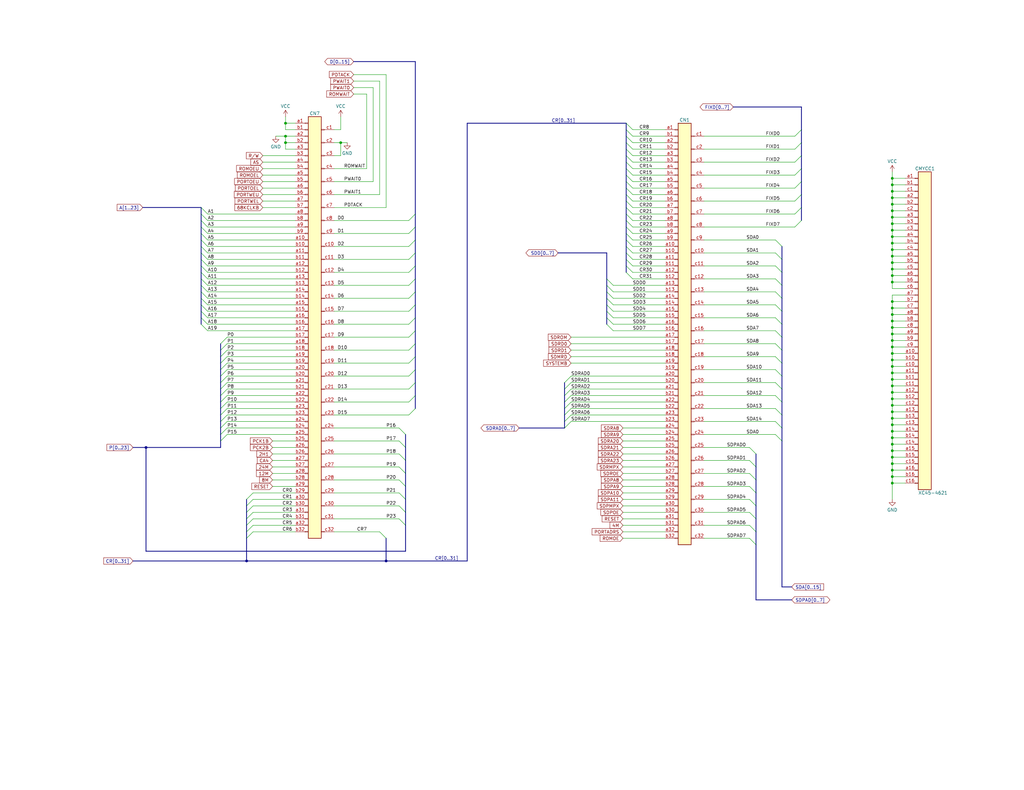
<source format=kicad_sch>
(kicad_sch (version 20230121) (generator eeschema)
  (paper "User" 400.837 309.372)
  (title_block (date "2023-09-26") (company "SNK") (comment 3 "Converted by Frater ") (comment 4 "NEO-GEO MVS MV1F") (comment 9 "https://github.com/Neo-Geo-Hardwares/Schematics-MV1F"))
  (junction (at 349.25 189.23))
  (junction (at 349.25 90.17))
  (junction (at 349.25 123.19))
  (junction (at 349.25 87.63))
  (junction (at 349.25 171.45))
  (junction (at 349.25 85.09))
  (junction (at 349.25 80.01))
  (junction (at 151.13 219.71))
  (junction (at 96.52 219.71))
  (junction (at 349.25 97.79))
  (junction (at 349.25 120.65))
  (junction (at 349.25 146.05))
  (junction (at 349.25 107.95))
  (junction (at 349.25 156.21))
  (junction (at 349.25 92.71))
  (junction (at 349.25 105.41))
  (junction (at 349.25 143.51))
  (junction (at 349.25 179.07))
  (junction (at 349.25 140.97))
  (junction (at 349.25 110.49))
  (junction (at 349.25 176.53))
  (junction (at 111.76 53.34))
  (junction (at 57.15 175.26))
  (junction (at 349.25 135.89))
  (junction (at 349.25 77.47))
  (junction (at 349.25 168.91))
  (junction (at 349.25 100.33))
  (junction (at 349.25 138.43))
  (junction (at 349.25 184.15))
  (junction (at 349.25 74.93))
  (junction (at 111.76 55.88))
  (junction (at 349.25 186.69))
  (junction (at 349.25 148.59))
  (junction (at 349.25 82.55))
  (junction (at 349.25 161.29))
  (junction (at 349.25 133.35))
  (junction (at 349.25 125.73))
  (junction (at 349.25 102.87))
  (junction (at 349.25 69.85))
  (junction (at 349.25 153.67))
  (junction (at 349.25 158.75))
  (junction (at 133.35 55.88))
  (junction (at 349.25 128.27))
  (junction (at 349.25 173.99))
  (junction (at 111.76 48.26))
  (junction (at 349.25 118.11))
  (junction (at 349.25 181.61))
  (junction (at 349.25 95.25))
  (junction (at 349.25 151.13))
  (junction (at 349.25 72.39))
  (junction (at 349.25 163.83))
  (junction (at 349.25 130.81))
  (junction (at 349.25 166.37))
  (bus_entry (at 158.75 175.26) (size -2.54 -2.54))
  (bus_entry (at 245.11 55.88) (size 2.54 2.54))
  (bus_entry (at 96.52 203.2) (size 2.54 -2.54))
  (bus_entry (at 245.11 88.9) (size 2.54 2.54))
  (bus_entry (at 86.36 142.24) (size 2.54 -2.54))
  (bus_entry (at 220.98 157.48) (size 2.54 -2.54))
  (bus_entry (at 96.52 198.12) (size 2.54 -2.54))
  (bus_entry (at 245.11 50.8) (size 2.54 2.54))
  (bus_entry (at 245.11 58.42) (size 2.54 2.54))
  (bus_entry (at 245.11 63.5) (size 2.54 2.54))
  (bus_entry (at 237.49 109.22) (size 2.54 2.54))
  (bus_entry (at 86.36 139.7) (size 2.54 -2.54))
  (bus_entry (at 162.56 104.14) (size -2.54 2.54))
  (bus_entry (at 306.07 162.56) (size -2.54 -2.54))
  (bus_entry (at 86.36 152.4) (size 2.54 -2.54))
  (bus_entry (at 306.07 147.32) (size -2.54 -2.54))
  (bus_entry (at 158.75 185.42) (size -2.54 -2.54))
  (bus_entry (at 245.11 81.28) (size 2.54 2.54))
  (bus_entry (at 245.11 60.96) (size 2.54 2.54))
  (bus_entry (at 78.74 127) (size 2.54 2.54))
  (bus_entry (at 86.36 134.62) (size 2.54 -2.54))
  (bus_entry (at 158.75 170.18) (size -2.54 -2.54))
  (bus_entry (at 306.07 111.76) (size -2.54 -2.54))
  (bus_entry (at 162.56 109.22) (size -2.54 2.54))
  (bus_entry (at 158.75 180.34) (size -2.54 -2.54))
  (bus_entry (at 151.13 210.82) (size -2.54 -2.54))
  (bus_entry (at 78.74 93.98) (size 2.54 2.54))
  (bus_entry (at 306.07 116.84) (size -2.54 -2.54))
  (bus_entry (at 162.56 83.82) (size -2.54 2.54))
  (bus_entry (at 220.98 149.86) (size 2.54 -2.54))
  (bus_entry (at 245.11 53.34) (size 2.54 2.54))
  (bus_entry (at 306.07 167.64) (size -2.54 -2.54))
  (bus_entry (at 306.07 137.16) (size -2.54 -2.54))
  (bus_entry (at 245.11 66.04) (size 2.54 2.54))
  (bus_entry (at 78.74 86.36) (size 2.54 2.54))
  (bus_entry (at 313.69 71.12) (size -2.54 2.54))
  (bus_entry (at 158.75 200.66) (size -2.54 -2.54))
  (bus_entry (at 86.36 165.1) (size 2.54 -2.54))
  (bus_entry (at 78.74 91.44) (size 2.54 2.54))
  (bus_entry (at 237.49 119.38) (size 2.54 2.54))
  (bus_entry (at 245.11 104.14) (size 2.54 2.54))
  (bus_entry (at 162.56 119.38) (size -2.54 2.54))
  (bus_entry (at 295.91 198.12) (size -2.54 -2.54))
  (bus_entry (at 220.98 154.94) (size 2.54 -2.54))
  (bus_entry (at 78.74 109.22) (size 2.54 2.54))
  (bus_entry (at 313.69 50.8) (size -2.54 2.54))
  (bus_entry (at 162.56 129.54) (size -2.54 2.54))
  (bus_entry (at 78.74 104.14) (size 2.54 2.54))
  (bus_entry (at 245.11 93.98) (size 2.54 2.54))
  (bus_entry (at 86.36 149.86) (size 2.54 -2.54))
  (bus_entry (at 245.11 68.58) (size 2.54 2.54))
  (bus_entry (at 295.91 177.8) (size -2.54 -2.54))
  (bus_entry (at 78.74 83.82) (size 2.54 2.54))
  (bus_entry (at 86.36 154.94) (size 2.54 -2.54))
  (bus_entry (at 78.74 96.52) (size 2.54 2.54))
  (bus_entry (at 220.98 160.02) (size 2.54 -2.54))
  (bus_entry (at 245.11 101.6) (size 2.54 2.54))
  (bus_entry (at 295.91 213.36) (size -2.54 -2.54))
  (bus_entry (at 78.74 121.92) (size 2.54 2.54))
  (bus_entry (at 162.56 154.94) (size -2.54 2.54))
  (bus_entry (at 306.07 152.4) (size -2.54 -2.54))
  (bus_entry (at 78.74 119.38) (size 2.54 2.54))
  (bus_entry (at 162.56 160.02) (size -2.54 2.54))
  (bus_entry (at 313.69 81.28) (size -2.54 2.54))
  (bus_entry (at 237.49 127) (size 2.54 2.54))
  (bus_entry (at 162.56 144.78) (size -2.54 2.54))
  (bus_entry (at 245.11 71.12) (size 2.54 2.54))
  (bus_entry (at 313.69 76.2) (size -2.54 2.54))
  (bus_entry (at 306.07 121.92) (size -2.54 -2.54))
  (bus_entry (at 313.69 55.88) (size -2.54 2.54))
  (bus_entry (at 86.36 144.78) (size 2.54 -2.54))
  (bus_entry (at 313.69 60.96) (size -2.54 2.54))
  (bus_entry (at 306.07 106.68) (size -2.54 -2.54))
  (bus_entry (at 78.74 88.9) (size 2.54 2.54))
  (bus_entry (at 237.49 114.3) (size 2.54 2.54))
  (bus_entry (at 158.75 205.74) (size -2.54 -2.54))
  (bus_entry (at 237.49 121.92) (size 2.54 2.54))
  (bus_entry (at 220.98 167.64) (size 2.54 -2.54))
  (bus_entry (at 78.74 124.46) (size 2.54 2.54))
  (bus_entry (at 295.91 187.96) (size -2.54 -2.54))
  (bus_entry (at 162.56 93.98) (size -2.54 2.54))
  (bus_entry (at 78.74 106.68) (size 2.54 2.54))
  (bus_entry (at 78.74 99.06) (size 2.54 2.54))
  (bus_entry (at 78.74 101.6) (size 2.54 2.54))
  (bus_entry (at 86.36 137.16) (size 2.54 -2.54))
  (bus_entry (at 245.11 78.74) (size 2.54 2.54))
  (bus_entry (at 295.91 208.28) (size -2.54 -2.54))
  (bus_entry (at 158.75 190.5) (size -2.54 -2.54))
  (bus_entry (at 220.98 162.56) (size 2.54 -2.54))
  (bus_entry (at 313.69 86.36) (size -2.54 2.54))
  (bus_entry (at 220.98 152.4) (size 2.54 -2.54))
  (bus_entry (at 96.52 200.66) (size 2.54 -2.54))
  (bus_entry (at 162.56 139.7) (size -2.54 2.54))
  (bus_entry (at 306.07 142.24) (size -2.54 -2.54))
  (bus_entry (at 295.91 203.2) (size -2.54 -2.54))
  (bus_entry (at 78.74 81.28) (size 2.54 2.54))
  (bus_entry (at 86.36 170.18) (size 2.54 -2.54))
  (bus_entry (at 306.07 157.48) (size -2.54 -2.54))
  (bus_entry (at 295.91 193.04) (size -2.54 -2.54))
  (bus_entry (at 162.56 124.46) (size -2.54 2.54))
  (bus_entry (at 96.52 208.28) (size 2.54 -2.54))
  (bus_entry (at 306.07 172.72) (size -2.54 -2.54))
  (bus_entry (at 162.56 99.06) (size -2.54 2.54))
  (bus_entry (at 78.74 116.84) (size 2.54 2.54))
  (bus_entry (at 86.36 172.72) (size 2.54 -2.54))
  (bus_entry (at 86.36 157.48) (size 2.54 -2.54))
  (bus_entry (at 78.74 111.76) (size 2.54 2.54))
  (bus_entry (at 237.49 116.84) (size 2.54 2.54))
  (bus_entry (at 158.75 195.58) (size -2.54 -2.54))
  (bus_entry (at 162.56 149.86) (size -2.54 2.54))
  (bus_entry (at 162.56 134.62) (size -2.54 2.54))
  (bus_entry (at 245.11 48.26) (size 2.54 2.54))
  (bus_entry (at 96.52 205.74) (size 2.54 -2.54))
  (bus_entry (at 306.07 96.52) (size -2.54 -2.54))
  (bus_entry (at 96.52 195.58) (size 2.54 -2.54))
  (bus_entry (at 86.36 147.32) (size 2.54 -2.54))
  (bus_entry (at 306.07 101.6) (size -2.54 -2.54))
  (bus_entry (at 245.11 99.06) (size 2.54 2.54))
  (bus_entry (at 306.07 132.08) (size -2.54 -2.54))
  (bus_entry (at 245.11 96.52) (size 2.54 2.54))
  (bus_entry (at 295.91 182.88) (size -2.54 -2.54))
  (bus_entry (at 245.11 106.68) (size 2.54 2.54))
  (bus_entry (at 86.36 162.56) (size 2.54 -2.54))
  (bus_entry (at 86.36 167.64) (size 2.54 -2.54))
  (bus_entry (at 245.11 86.36) (size 2.54 2.54))
  (bus_entry (at 313.69 66.04) (size -2.54 2.54))
  (bus_entry (at 237.49 124.46) (size 2.54 2.54))
  (bus_entry (at 245.11 83.82) (size 2.54 2.54))
  (bus_entry (at 96.52 210.82) (size 2.54 -2.54))
  (bus_entry (at 86.36 160.02) (size 2.54 -2.54))
  (bus_entry (at 245.11 76.2) (size 2.54 2.54))
  (bus_entry (at 162.56 114.3) (size -2.54 2.54))
  (bus_entry (at 245.11 91.44) (size 2.54 2.54))
  (bus_entry (at 220.98 165.1) (size 2.54 -2.54))
  (bus_entry (at 162.56 88.9) (size -2.54 2.54))
  (bus_entry (at 237.49 111.76) (size 2.54 2.54))
  (bus_entry (at 306.07 127) (size -2.54 -2.54))
  (bus_entry (at 245.11 73.66) (size 2.54 2.54))
  (bus_entry (at 78.74 114.3) (size 2.54 2.54))
  (wire (pts (xy 130.81 182.88) (xy 156.21 182.88)))
  (wire (pts (xy 275.59 180.34) (xy 293.37 180.34)))
  (wire (pts (xy 88.9 162.56) (xy 115.57 162.56)))
  (bus (pts (xy 220.98 160.02) (xy 220.98 162.56)))
  (wire (pts (xy 88.9 134.62) (xy 115.57 134.62)))
  (wire (pts (xy 260.35 142.24) (xy 223.52 142.24)))
  (wire (pts (xy 247.65 55.88) (xy 260.35 55.88)))
  (bus (pts (xy 245.11 86.36) (xy 245.11 83.82)))
  (wire (pts (xy 130.81 101.6) (xy 160.02 101.6)))
  (wire (pts (xy 240.03 114.3) (xy 260.35 114.3)))
  (bus (pts (xy 86.36 152.4) (xy 86.36 154.94)))
  (wire (pts (xy 130.81 157.48) (xy 160.02 157.48)))
  (wire (pts (xy 223.52 154.94) (xy 260.35 154.94)))
  (bus (pts (xy 245.11 101.6) (xy 245.11 99.06)))
  (wire (pts (xy 102.87 63.5) (xy 115.57 63.5)))
  (wire (pts (xy 349.25 148.59) (xy 354.33 148.59)))
  (wire (pts (xy 275.59 190.5) (xy 293.37 190.5)))
  (wire (pts (xy 130.81 66.04) (xy 143.51 66.04)))
  (wire (pts (xy 349.25 69.85) (xy 354.33 69.85)))
  (wire (pts (xy 243.84 187.96) (xy 260.35 187.96)))
  (wire (pts (xy 247.65 73.66) (xy 260.35 73.66)))
  (wire (pts (xy 81.28 83.82) (xy 115.57 83.82)))
  (wire (pts (xy 349.25 100.33) (xy 354.33 100.33)))
  (wire (pts (xy 223.52 149.86) (xy 260.35 149.86)))
  (wire (pts (xy 133.35 60.96) (xy 133.35 55.88)))
  (bus (pts (xy 57.15 215.9) (xy 158.75 215.9)))
  (wire (pts (xy 102.87 78.74) (xy 115.57 78.74)))
  (wire (pts (xy 349.25 181.61) (xy 349.25 179.07)))
  (wire (pts (xy 275.59 109.22) (xy 303.53 109.22)))
  (wire (pts (xy 247.65 66.04) (xy 260.35 66.04)))
  (wire (pts (xy 349.25 158.75) (xy 349.25 156.21)))
  (wire (pts (xy 223.52 147.32) (xy 260.35 147.32)))
  (wire (pts (xy 275.59 139.7) (xy 303.53 139.7)))
  (bus (pts (xy 162.56 24.13) (xy 162.56 83.82)))
  (bus (pts (xy 78.74 91.44) (xy 78.74 93.98)))
  (wire (pts (xy 349.25 105.41) (xy 354.33 105.41)))
  (bus (pts (xy 237.49 114.3) (xy 237.49 116.84)))
  (wire (pts (xy 349.25 156.21) (xy 349.25 153.67)))
  (wire (pts (xy 349.25 158.75) (xy 349.25 161.29)))
  (wire (pts (xy 138.43 36.83) (xy 143.51 36.83)))
  (wire (pts (xy 106.68 180.34) (xy 115.57 180.34)))
  (bus (pts (xy 162.56 109.22) (xy 162.56 114.3)))
  (wire (pts (xy 88.9 142.24) (xy 115.57 142.24)))
  (wire (pts (xy 130.81 111.76) (xy 160.02 111.76)))
  (bus (pts (xy 313.69 41.91) (xy 313.69 50.8)))
  (bus (pts (xy 52.07 219.71) (xy 96.52 219.71)))
  (wire (pts (xy 223.52 165.1) (xy 260.35 165.1)))
  (wire (pts (xy 275.59 63.5) (xy 311.15 63.5)))
  (wire (pts (xy 275.59 165.1) (xy 303.53 165.1)))
  (bus (pts (xy 151.13 210.82) (xy 151.13 219.71)))
  (wire (pts (xy 275.59 205.74) (xy 293.37 205.74)))
  (wire (pts (xy 349.25 151.13) (xy 354.33 151.13)))
  (wire (pts (xy 81.28 109.22) (xy 115.57 109.22)))
  (wire (pts (xy 99.06 208.28) (xy 115.57 208.28)))
  (wire (pts (xy 349.25 171.45) (xy 354.33 171.45)))
  (wire (pts (xy 240.03 111.76) (xy 260.35 111.76)))
  (bus (pts (xy 182.88 48.26) (xy 245.11 48.26)))
  (bus (pts (xy 245.11 78.74) (xy 245.11 76.2)))
  (wire (pts (xy 349.25 158.75) (xy 354.33 158.75)))
  (bus (pts (xy 237.49 121.92) (xy 237.49 124.46)))
  (wire (pts (xy 349.25 125.73) (xy 354.33 125.73)))
  (bus (pts (xy 158.75 205.74) (xy 158.75 215.9)))
  (bus (pts (xy 151.13 219.71) (xy 182.88 219.71)))
  (wire (pts (xy 106.68 177.8) (xy 115.57 177.8)))
  (wire (pts (xy 247.65 50.8) (xy 260.35 50.8)))
  (wire (pts (xy 349.25 110.49) (xy 354.33 110.49)))
  (wire (pts (xy 349.25 118.11) (xy 354.33 118.11)))
  (bus (pts (xy 306.07 162.56) (xy 306.07 167.64)))
  (wire (pts (xy 106.68 172.72) (xy 115.57 172.72)))
  (wire (pts (xy 247.65 71.12) (xy 260.35 71.12)))
  (bus (pts (xy 218.44 99.06) (xy 237.49 99.06)))
  (bus (pts (xy 78.74 96.52) (xy 78.74 99.06)))
  (wire (pts (xy 111.76 50.8) (xy 111.76 48.26)))
  (bus (pts (xy 86.36 165.1) (xy 86.36 167.64)))
  (wire (pts (xy 247.65 63.5) (xy 260.35 63.5)))
  (wire (pts (xy 243.84 172.72) (xy 260.35 172.72)))
  (wire (pts (xy 349.25 140.97) (xy 349.25 138.43)))
  (wire (pts (xy 275.59 144.78) (xy 303.53 144.78)))
  (bus (pts (xy 55.88 81.28) (xy 78.74 81.28)))
  (wire (pts (xy 349.25 95.25) (xy 349.25 97.79)))
  (wire (pts (xy 349.25 163.83) (xy 349.25 161.29)))
  (bus (pts (xy 245.11 73.66) (xy 245.11 71.12)))
  (wire (pts (xy 102.87 68.58) (xy 115.57 68.58)))
  (wire (pts (xy 88.9 139.7) (xy 115.57 139.7)))
  (bus (pts (xy 86.36 137.16) (xy 86.36 139.7)))
  (bus (pts (xy 182.88 219.71) (xy 182.88 48.26)))
  (bus (pts (xy 306.07 116.84) (xy 306.07 121.92)))
  (bus (pts (xy 203.2 167.64) (xy 220.98 167.64)))
  (wire (pts (xy 275.59 200.66) (xy 293.37 200.66)))
  (bus (pts (xy 220.98 162.56) (xy 220.98 165.1)))
  (wire (pts (xy 146.05 34.29) (xy 146.05 71.12)))
  (bus (pts (xy 162.56 154.94) (xy 162.56 160.02)))
  (wire (pts (xy 349.25 125.73) (xy 349.25 123.19)))
  (bus (pts (xy 306.07 121.92) (xy 306.07 127)))
  (wire (pts (xy 349.25 140.97) (xy 354.33 140.97)))
  (bus (pts (xy 220.98 165.1) (xy 220.98 167.64)))
  (wire (pts (xy 275.59 83.82) (xy 311.15 83.82)))
  (wire (pts (xy 243.84 198.12) (xy 260.35 198.12)))
  (wire (pts (xy 88.9 167.64) (xy 115.57 167.64)))
  (wire (pts (xy 88.9 154.94) (xy 115.57 154.94)))
  (bus (pts (xy 245.11 58.42) (xy 245.11 55.88)))
  (wire (pts (xy 130.81 127) (xy 160.02 127)))
  (wire (pts (xy 130.81 198.12) (xy 156.21 198.12)))
  (bus (pts (xy 245.11 66.04) (xy 245.11 63.5)))
  (wire (pts (xy 349.25 135.89) (xy 354.33 135.89)))
  (bus (pts (xy 86.36 157.48) (xy 86.36 160.02)))
  (wire (pts (xy 247.65 68.58) (xy 260.35 68.58)))
  (wire (pts (xy 130.81 142.24) (xy 160.02 142.24)))
  (wire (pts (xy 223.52 152.4) (xy 260.35 152.4)))
  (wire (pts (xy 81.28 96.52) (xy 115.57 96.52)))
  (wire (pts (xy 240.03 129.54) (xy 260.35 129.54)))
  (wire (pts (xy 349.25 82.55) (xy 349.25 85.09)))
  (wire (pts (xy 88.9 165.1) (xy 115.57 165.1)))
  (wire (pts (xy 106.68 190.5) (xy 115.57 190.5)))
  (wire (pts (xy 349.25 92.71) (xy 354.33 92.71)))
  (wire (pts (xy 349.25 138.43) (xy 349.25 135.89)))
  (bus (pts (xy 306.07 142.24) (xy 306.07 147.32)))
  (wire (pts (xy 130.81 86.36) (xy 160.02 86.36)))
  (bus (pts (xy 245.11 55.88) (xy 245.11 53.34)))
  (wire (pts (xy 243.84 200.66) (xy 260.35 200.66)))
  (wire (pts (xy 81.28 106.68) (xy 115.57 106.68)))
  (bus (pts (xy 162.56 144.78) (xy 162.56 149.86)))
  (wire (pts (xy 349.25 107.95) (xy 349.25 110.49)))
  (wire (pts (xy 130.81 208.28) (xy 148.59 208.28)))
  (wire (pts (xy 130.81 203.2) (xy 156.21 203.2)))
  (wire (pts (xy 138.43 31.75) (xy 148.59 31.75)))
  (wire (pts (xy 275.59 99.06) (xy 303.53 99.06)))
  (bus (pts (xy 78.74 119.38) (xy 78.74 121.92)))
  (wire (pts (xy 115.57 53.34) (xy 111.76 53.34)))
  (wire (pts (xy 349.25 128.27) (xy 349.25 125.73)))
  (bus (pts (xy 162.56 83.82) (xy 162.56 88.9)))
  (bus (pts (xy 313.69 55.88) (xy 313.69 60.96)))
  (wire (pts (xy 243.84 167.64) (xy 260.35 167.64)))
  (bus (pts (xy 245.11 96.52) (xy 245.11 93.98)))
  (bus (pts (xy 295.91 193.04) (xy 295.91 198.12)))
  (wire (pts (xy 349.25 87.63) (xy 354.33 87.63)))
  (bus (pts (xy 306.07 152.4) (xy 306.07 157.48)))
  (bus (pts (xy 245.11 53.34) (xy 245.11 50.8)))
  (wire (pts (xy 81.28 111.76) (xy 115.57 111.76)))
  (wire (pts (xy 130.81 172.72) (xy 156.21 172.72)))
  (wire (pts (xy 349.25 123.19) (xy 354.33 123.19)))
  (wire (pts (xy 349.25 97.79) (xy 349.25 100.33)))
  (bus (pts (xy 245.11 106.68) (xy 245.11 104.14)))
  (bus (pts (xy 309.88 234.95) (xy 295.91 234.95)))
  (bus (pts (xy 237.49 109.22) (xy 237.49 111.76)))
  (bus (pts (xy 306.07 101.6) (xy 306.07 106.68)))
  (wire (pts (xy 349.25 179.07) (xy 354.33 179.07)))
  (wire (pts (xy 349.25 118.11) (xy 349.25 115.57)))
  (bus (pts (xy 78.74 86.36) (xy 78.74 88.9)))
  (wire (pts (xy 138.43 34.29) (xy 146.05 34.29)))
  (bus (pts (xy 162.56 99.06) (xy 162.56 104.14)))
  (wire (pts (xy 349.25 148.59) (xy 349.25 146.05)))
  (bus (pts (xy 86.36 142.24) (xy 86.36 144.78)))
  (wire (pts (xy 275.59 114.3) (xy 303.53 114.3)))
  (wire (pts (xy 349.25 184.15) (xy 354.33 184.15)))
  (wire (pts (xy 349.25 100.33) (xy 349.25 102.87)))
  (bus (pts (xy 237.49 119.38) (xy 237.49 121.92)))
  (wire (pts (xy 243.84 195.58) (xy 260.35 195.58)))
  (wire (pts (xy 275.59 119.38) (xy 303.53 119.38)))
  (bus (pts (xy 313.69 81.28) (xy 313.69 86.36)))
  (wire (pts (xy 240.03 124.46) (xy 260.35 124.46)))
  (bus (pts (xy 295.91 177.8) (xy 295.91 182.88)))
  (wire (pts (xy 111.76 55.88) (xy 111.76 53.34)))
  (wire (pts (xy 102.87 60.96) (xy 115.57 60.96)))
  (wire (pts (xy 349.25 120.65) (xy 349.25 118.11)))
  (bus (pts (xy 86.36 162.56) (xy 86.36 165.1)))
  (bus (pts (xy 220.98 152.4) (xy 220.98 154.94)))
  (wire (pts (xy 130.81 116.84) (xy 160.02 116.84)))
  (wire (pts (xy 349.25 181.61) (xy 354.33 181.61)))
  (bus (pts (xy 237.49 111.76) (xy 237.49 114.3)))
  (wire (pts (xy 349.25 87.63) (xy 349.25 90.17)))
  (wire (pts (xy 247.65 109.22) (xy 260.35 109.22)))
  (wire (pts (xy 349.25 120.65) (xy 354.33 120.65)))
  (bus (pts (xy 220.98 154.94) (xy 220.98 157.48)))
  (wire (pts (xy 130.81 106.68) (xy 160.02 106.68)))
  (bus (pts (xy 96.52 195.58) (xy 96.52 198.12)))
  (wire (pts (xy 81.28 93.98) (xy 115.57 93.98)))
  (bus (pts (xy 306.07 137.16) (xy 306.07 142.24)))
  (wire (pts (xy 349.25 107.95) (xy 354.33 107.95)))
  (wire (pts (xy 247.65 99.06) (xy 260.35 99.06)))
  (wire (pts (xy 349.25 72.39) (xy 349.25 74.93)))
  (wire (pts (xy 130.81 71.12) (xy 146.05 71.12)))
  (bus (pts (xy 237.49 99.06) (xy 237.49 109.22)))
  (wire (pts (xy 275.59 58.42) (xy 311.15 58.42)))
  (wire (pts (xy 247.65 88.9) (xy 260.35 88.9)))
  (wire (pts (xy 151.13 29.21) (xy 151.13 81.28)))
  (bus (pts (xy 78.74 116.84) (xy 78.74 119.38)))
  (bus (pts (xy 245.11 68.58) (xy 245.11 66.04)))
  (wire (pts (xy 349.25 138.43) (xy 354.33 138.43)))
  (bus (pts (xy 158.75 170.18) (xy 158.75 175.26)))
  (wire (pts (xy 349.25 90.17) (xy 349.25 92.71)))
  (wire (pts (xy 349.25 173.99) (xy 354.33 173.99)))
  (wire (pts (xy 349.25 179.07) (xy 349.25 176.53)))
  (wire (pts (xy 349.25 168.91) (xy 349.25 166.37)))
  (bus (pts (xy 220.98 157.48) (xy 220.98 160.02)))
  (wire (pts (xy 349.25 186.69) (xy 349.25 184.15)))
  (bus (pts (xy 313.69 66.04) (xy 313.69 71.12)))
  (bus (pts (xy 78.74 83.82) (xy 78.74 86.36)))
  (wire (pts (xy 223.52 160.02) (xy 260.35 160.02)))
  (wire (pts (xy 243.84 205.74) (xy 260.35 205.74)))
  (wire (pts (xy 349.25 173.99) (xy 349.25 171.45)))
  (wire (pts (xy 349.25 146.05) (xy 349.25 143.51)))
  (wire (pts (xy 349.25 85.09) (xy 354.33 85.09)))
  (bus (pts (xy 78.74 93.98) (xy 78.74 96.52)))
  (wire (pts (xy 247.65 86.36) (xy 260.35 86.36)))
  (wire (pts (xy 106.68 187.96) (xy 115.57 187.96)))
  (wire (pts (xy 354.33 161.29) (xy 349.25 161.29)))
  (wire (pts (xy 349.25 166.37) (xy 349.25 163.83)))
  (bus (pts (xy 162.56 93.98) (xy 162.56 99.06)))
  (wire (pts (xy 349.25 156.21) (xy 354.33 156.21)))
  (wire (pts (xy 247.65 106.68) (xy 260.35 106.68)))
  (bus (pts (xy 138.43 24.13) (xy 162.56 24.13)))
  (bus (pts (xy 86.36 154.94) (xy 86.36 157.48)))
  (wire (pts (xy 130.81 121.92) (xy 160.02 121.92)))
  (wire (pts (xy 349.25 80.01) (xy 349.25 82.55)))
  (wire (pts (xy 349.25 130.81) (xy 349.25 128.27)))
  (wire (pts (xy 102.87 66.04) (xy 115.57 66.04)))
  (wire (pts (xy 275.59 149.86) (xy 303.53 149.86)))
  (wire (pts (xy 349.25 72.39) (xy 354.33 72.39)))
  (wire (pts (xy 349.25 128.27) (xy 354.33 128.27)))
  (wire (pts (xy 143.51 36.83) (xy 143.51 66.04)))
  (wire (pts (xy 275.59 53.34) (xy 311.15 53.34)))
  (wire (pts (xy 349.25 189.23) (xy 354.33 189.23)))
  (bus (pts (xy 295.91 208.28) (xy 295.91 213.36)))
  (bus (pts (xy 237.49 116.84) (xy 237.49 119.38)))
  (bus (pts (xy 295.91 182.88) (xy 295.91 187.96)))
  (wire (pts (xy 130.81 81.28) (xy 151.13 81.28)))
  (bus (pts (xy 162.56 88.9) (xy 162.56 93.98)))
  (wire (pts (xy 275.59 124.46) (xy 303.53 124.46)))
  (bus (pts (xy 313.69 50.8) (xy 313.69 55.88)))
  (wire (pts (xy 102.87 73.66) (xy 115.57 73.66)))
  (bus (pts (xy 86.36 144.78) (xy 86.36 147.32)))
  (bus (pts (xy 96.52 205.74) (xy 96.52 208.28)))
  (bus (pts (xy 158.75 175.26) (xy 158.75 180.34)))
  (wire (pts (xy 349.25 80.01) (xy 354.33 80.01)))
  (wire (pts (xy 349.25 77.47) (xy 354.33 77.47)))
  (wire (pts (xy 130.81 76.2) (xy 148.59 76.2)))
  (bus (pts (xy 78.74 106.68) (xy 78.74 109.22)))
  (wire (pts (xy 275.59 93.98) (xy 303.53 93.98)))
  (bus (pts (xy 237.49 124.46) (xy 237.49 127)))
  (bus (pts (xy 245.11 88.9) (xy 245.11 86.36)))
  (bus (pts (xy 162.56 119.38) (xy 162.56 124.46)))
  (wire (pts (xy 349.25 146.05) (xy 354.33 146.05)))
  (bus (pts (xy 96.52 203.2) (xy 96.52 205.74)))
  (wire (pts (xy 243.84 210.82) (xy 260.35 210.82)))
  (wire (pts (xy 349.25 74.93) (xy 349.25 77.47)))
  (bus (pts (xy 306.07 147.32) (xy 306.07 152.4)))
  (wire (pts (xy 349.25 74.93) (xy 354.33 74.93)))
  (wire (pts (xy 349.25 163.83) (xy 354.33 163.83)))
  (bus (pts (xy 245.11 99.06) (xy 245.11 96.52)))
  (wire (pts (xy 223.52 157.48) (xy 260.35 157.48)))
  (bus (pts (xy 287.02 41.91) (xy 313.69 41.91)))
  (wire (pts (xy 243.84 177.8) (xy 260.35 177.8)))
  (bus (pts (xy 245.11 63.5) (xy 245.11 60.96)))
  (bus (pts (xy 86.36 149.86) (xy 86.36 152.4)))
  (wire (pts (xy 81.28 121.92) (xy 115.57 121.92)))
  (bus (pts (xy 245.11 91.44) (xy 245.11 88.9)))
  (wire (pts (xy 106.68 185.42) (xy 115.57 185.42)))
  (bus (pts (xy 162.56 129.54) (xy 162.56 134.62)))
  (bus (pts (xy 78.74 99.06) (xy 78.74 101.6)))
  (wire (pts (xy 111.76 53.34) (xy 107.95 53.34)))
  (wire (pts (xy 247.65 104.14) (xy 260.35 104.14)))
  (wire (pts (xy 349.25 176.53) (xy 354.33 176.53)))
  (wire (pts (xy 240.03 127) (xy 260.35 127)))
  (bus (pts (xy 306.07 167.64) (xy 306.07 172.72)))
  (bus (pts (xy 52.07 175.26) (xy 57.15 175.26)))
  (wire (pts (xy 349.25 69.85) (xy 349.25 72.39)))
  (wire (pts (xy 349.25 168.91) (xy 354.33 168.91)))
  (bus (pts (xy 96.52 208.28) (xy 96.52 210.82)))
  (wire (pts (xy 133.35 55.88) (xy 135.89 55.88)))
  (bus (pts (xy 57.15 175.26) (xy 57.15 215.9)))
  (wire (pts (xy 223.52 137.16) (xy 260.35 137.16)))
  (wire (pts (xy 81.28 129.54) (xy 115.57 129.54)))
  (bus (pts (xy 295.91 213.36) (xy 295.91 234.95)))
  (bus (pts (xy 313.69 76.2) (xy 313.69 81.28)))
  (wire (pts (xy 275.59 175.26) (xy 293.37 175.26)))
  (wire (pts (xy 275.59 88.9) (xy 311.15 88.9)))
  (bus (pts (xy 313.69 60.96) (xy 313.69 66.04)))
  (bus (pts (xy 78.74 121.92) (xy 78.74 124.46)))
  (wire (pts (xy 223.52 134.62) (xy 260.35 134.62)))
  (wire (pts (xy 223.52 162.56) (xy 260.35 162.56)))
  (wire (pts (xy 247.65 91.44) (xy 260.35 91.44)))
  (bus (pts (xy 220.98 149.86) (xy 220.98 152.4)))
  (bus (pts (xy 158.75 190.5) (xy 158.75 195.58)))
  (wire (pts (xy 133.35 50.8) (xy 130.81 50.8)))
  (wire (pts (xy 99.06 205.74) (xy 115.57 205.74)))
  (bus (pts (xy 158.75 195.58) (xy 158.75 200.66)))
  (wire (pts (xy 247.65 58.42) (xy 260.35 58.42)))
  (wire (pts (xy 81.28 91.44) (xy 115.57 91.44)))
  (wire (pts (xy 349.25 176.53) (xy 349.25 173.99)))
  (bus (pts (xy 57.15 175.26) (xy 86.36 175.26)))
  (wire (pts (xy 130.81 177.8) (xy 156.21 177.8)))
  (wire (pts (xy 243.84 175.26) (xy 260.35 175.26)))
  (wire (pts (xy 81.28 88.9) (xy 115.57 88.9)))
  (wire (pts (xy 349.25 189.23) (xy 349.25 186.69)))
  (bus (pts (xy 162.56 139.7) (xy 162.56 144.78)))
  (wire (pts (xy 130.81 137.16) (xy 160.02 137.16)))
  (wire (pts (xy 275.59 104.14) (xy 303.53 104.14)))
  (bus (pts (xy 245.11 50.8) (xy 245.11 48.26)))
  (wire (pts (xy 349.25 123.19) (xy 349.25 120.65)))
  (bus (pts (xy 245.11 60.96) (xy 245.11 58.42)))
  (wire (pts (xy 130.81 96.52) (xy 160.02 96.52)))
  (wire (pts (xy 81.28 114.3) (xy 115.57 114.3)))
  (wire (pts (xy 243.84 203.2) (xy 260.35 203.2)))
  (wire (pts (xy 349.25 171.45) (xy 349.25 168.91)))
  (bus (pts (xy 295.91 203.2) (xy 295.91 208.28)))
  (wire (pts (xy 243.84 208.28) (xy 260.35 208.28)))
  (wire (pts (xy 349.25 85.09) (xy 349.25 87.63)))
  (wire (pts (xy 148.59 31.75) (xy 148.59 76.2)))
  (bus (pts (xy 151.13 219.71) (xy 96.52 219.71)))
  (wire (pts (xy 130.81 91.44) (xy 160.02 91.44)))
  (wire (pts (xy 88.9 132.08) (xy 115.57 132.08)))
  (bus (pts (xy 162.56 124.46) (xy 162.56 129.54)))
  (bus (pts (xy 96.52 200.66) (xy 96.52 203.2)))
  (wire (pts (xy 99.06 193.04) (xy 115.57 193.04)))
  (wire (pts (xy 354.33 113.03) (xy 349.25 113.03)))
  (wire (pts (xy 354.33 115.57) (xy 349.25 115.57)))
  (bus (pts (xy 86.36 167.64) (xy 86.36 170.18)))
  (wire (pts (xy 99.06 195.58) (xy 115.57 195.58)))
  (wire (pts (xy 88.9 137.16) (xy 115.57 137.16)))
  (wire (pts (xy 115.57 50.8) (xy 111.76 50.8)))
  (wire (pts (xy 349.25 69.85) (xy 349.25 67.31)))
  (wire (pts (xy 138.43 29.21) (xy 151.13 29.21)))
  (wire (pts (xy 275.59 78.74) (xy 311.15 78.74)))
  (wire (pts (xy 130.81 167.64) (xy 156.21 167.64)))
  (wire (pts (xy 349.25 184.15) (xy 349.25 181.61)))
  (bus (pts (xy 158.75 200.66) (xy 158.75 205.74)))
  (bus (pts (xy 306.07 106.68) (xy 306.07 111.76)))
  (bus (pts (xy 295.91 187.96) (xy 295.91 193.04)))
  (bus (pts (xy 162.56 104.14) (xy 162.56 109.22)))
  (bus (pts (xy 78.74 104.14) (xy 78.74 106.68)))
  (wire (pts (xy 243.84 185.42) (xy 260.35 185.42)))
  (wire (pts (xy 81.28 86.36) (xy 115.57 86.36)))
  (bus (pts (xy 245.11 93.98) (xy 245.11 91.44)))
  (wire (pts (xy 349.25 133.35) (xy 354.33 133.35)))
  (wire (pts (xy 349.25 189.23) (xy 349.25 195.58)))
  (bus (pts (xy 245.11 81.28) (xy 245.11 78.74)))
  (wire (pts (xy 111.76 48.26) (xy 115.57 48.26)))
  (wire (pts (xy 115.57 58.42) (xy 111.76 58.42)))
  (bus (pts (xy 306.07 127) (xy 306.07 132.08)))
  (wire (pts (xy 243.84 193.04) (xy 260.35 193.04)))
  (bus (pts (xy 86.36 160.02) (xy 86.36 162.56)))
  (wire (pts (xy 349.25 77.47) (xy 349.25 80.01)))
  (bus (pts (xy 78.74 81.28) (xy 78.74 83.82)))
  (wire (pts (xy 106.68 175.26) (xy 115.57 175.26)))
  (wire (pts (xy 247.65 93.98) (xy 260.35 93.98)))
  (wire (pts (xy 275.59 210.82) (xy 293.37 210.82)))
  (wire (pts (xy 247.65 53.34) (xy 260.35 53.34)))
  (wire (pts (xy 133.35 45.72) (xy 133.35 50.8)))
  (wire (pts (xy 81.28 124.46) (xy 115.57 124.46)))
  (wire (pts (xy 243.84 190.5) (xy 260.35 190.5)))
  (wire (pts (xy 275.59 134.62) (xy 303.53 134.62)))
  (wire (pts (xy 81.28 104.14) (xy 115.57 104.14)))
  (wire (pts (xy 88.9 160.02) (xy 115.57 160.02)))
  (wire (pts (xy 130.81 152.4) (xy 160.02 152.4)))
  (wire (pts (xy 275.59 68.58) (xy 311.15 68.58)))
  (bus (pts (xy 306.07 111.76) (xy 306.07 116.84)))
  (wire (pts (xy 240.03 116.84) (xy 260.35 116.84)))
  (wire (pts (xy 243.84 182.88) (xy 260.35 182.88)))
  (bus (pts (xy 162.56 114.3) (xy 162.56 119.38)))
  (wire (pts (xy 130.81 132.08) (xy 160.02 132.08)))
  (wire (pts (xy 349.25 102.87) (xy 349.25 105.41)))
  (wire (pts (xy 102.87 76.2) (xy 115.57 76.2)))
  (bus (pts (xy 158.75 185.42) (xy 158.75 190.5)))
  (wire (pts (xy 349.25 90.17) (xy 354.33 90.17)))
  (wire (pts (xy 99.06 198.12) (xy 115.57 198.12)))
  (wire (pts (xy 111.76 48.26) (xy 111.76 45.72)))
  (bus (pts (xy 306.07 132.08) (xy 306.07 137.16)))
  (wire (pts (xy 81.28 116.84) (xy 115.57 116.84)))
  (wire (pts (xy 243.84 180.34) (xy 260.35 180.34)))
  (wire (pts (xy 349.25 82.55) (xy 354.33 82.55)))
  (wire (pts (xy 88.9 144.78) (xy 115.57 144.78)))
  (wire (pts (xy 81.28 127) (xy 115.57 127)))
  (bus (pts (xy 309.88 229.87) (xy 306.07 229.87)))
  (wire (pts (xy 247.65 101.6) (xy 260.35 101.6)))
  (wire (pts (xy 130.81 193.04) (xy 156.21 193.04)))
  (wire (pts (xy 349.25 135.89) (xy 349.25 133.35)))
  (bus (pts (xy 306.07 96.52) (xy 306.07 101.6)))
  (wire (pts (xy 349.25 97.79) (xy 354.33 97.79)))
  (bus (pts (xy 306.07 172.72) (xy 306.07 229.87)))
  (wire (pts (xy 240.03 121.92) (xy 260.35 121.92)))
  (wire (pts (xy 349.25 133.35) (xy 349.25 130.81)))
  (wire (pts (xy 88.9 152.4) (xy 115.57 152.4)))
  (wire (pts (xy 247.65 60.96) (xy 260.35 60.96)))
  (bus (pts (xy 86.36 170.18) (xy 86.36 172.72)))
  (wire (pts (xy 349.25 95.25) (xy 354.33 95.25)))
  (wire (pts (xy 275.59 129.54) (xy 303.53 129.54)))
  (bus (pts (xy 295.91 198.12) (xy 295.91 203.2)))
  (wire (pts (xy 247.65 83.82) (xy 260.35 83.82)))
  (wire (pts (xy 81.28 99.06) (xy 115.57 99.06)))
  (bus (pts (xy 162.56 134.62) (xy 162.56 139.7)))
  (wire (pts (xy 240.03 119.38) (xy 260.35 119.38)))
  (wire (pts (xy 223.52 139.7) (xy 260.35 139.7)))
  (wire (pts (xy 130.81 162.56) (xy 160.02 162.56)))
  (wire (pts (xy 99.06 200.66) (xy 115.57 200.66)))
  (wire (pts (xy 111.76 58.42) (xy 111.76 55.88)))
  (wire (pts (xy 243.84 170.18) (xy 260.35 170.18)))
  (wire (pts (xy 130.81 147.32) (xy 160.02 147.32)))
  (bus (pts (xy 245.11 83.82) (xy 245.11 81.28)))
  (wire (pts (xy 99.06 203.2) (xy 115.57 203.2)))
  (bus (pts (xy 96.52 198.12) (xy 96.52 200.66)))
  (wire (pts (xy 275.59 160.02) (xy 303.53 160.02)))
  (bus (pts (xy 78.74 124.46) (xy 78.74 127)))
  (wire (pts (xy 349.25 153.67) (xy 349.25 151.13)))
  (wire (pts (xy 349.25 153.67) (xy 354.33 153.67)))
  (bus (pts (xy 78.74 109.22) (xy 78.74 111.76)))
  (wire (pts (xy 349.25 130.81) (xy 354.33 130.81)))
  (wire (pts (xy 275.59 195.58) (xy 293.37 195.58)))
  (wire (pts (xy 349.25 102.87) (xy 354.33 102.87)))
  (bus (pts (xy 306.07 157.48) (xy 306.07 162.56)))
  (bus (pts (xy 78.74 88.9) (xy 78.74 91.44)))
  (bus (pts (xy 86.36 147.32) (xy 86.36 149.86)))
  (wire (pts (xy 130.81 187.96) (xy 156.21 187.96)))
  (wire (pts (xy 349.25 92.71) (xy 349.25 95.25)))
  (wire (pts (xy 111.76 55.88) (xy 115.57 55.88)))
  (wire (pts (xy 275.59 170.18) (xy 303.53 170.18)))
  (bus (pts (xy 86.36 134.62) (xy 86.36 137.16)))
  (bus (pts (xy 78.74 101.6) (xy 78.74 104.14)))
  (wire (pts (xy 275.59 154.94) (xy 303.53 154.94)))
  (bus (pts (xy 86.36 139.7) (xy 86.36 142.24)))
  (bus (pts (xy 245.11 71.12) (xy 245.11 68.58)))
  (wire (pts (xy 81.28 119.38) (xy 115.57 119.38)))
  (wire (pts (xy 275.59 185.42) (xy 293.37 185.42)))
  (wire (pts (xy 247.65 96.52) (xy 260.35 96.52)))
  (wire (pts (xy 130.81 60.96) (xy 133.35 60.96)))
  (wire (pts (xy 88.9 149.86) (xy 115.57 149.86)))
  (wire (pts (xy 130.81 55.88) (xy 133.35 55.88)))
  (wire (pts (xy 88.9 157.48) (xy 115.57 157.48)))
  (bus (pts (xy 313.69 71.12) (xy 313.69 76.2)))
  (wire (pts (xy 81.28 101.6) (xy 115.57 101.6)))
  (wire (pts (xy 102.87 81.28) (xy 115.57 81.28)))
  (bus (pts (xy 78.74 114.3) (xy 78.74 116.84)))
  (wire (pts (xy 349.25 166.37) (xy 354.33 166.37)))
  (wire (pts (xy 247.65 76.2) (xy 260.35 76.2)))
  (bus (pts (xy 78.74 111.76) (xy 78.74 114.3)))
  (bus (pts (xy 96.52 210.82) (xy 96.52 219.71)))
  (wire (pts (xy 102.87 71.12) (xy 115.57 71.12)))
  (bus (pts (xy 162.56 149.86) (xy 162.56 154.94)))
  (wire (pts (xy 88.9 170.18) (xy 115.57 170.18)))
  (bus (pts (xy 245.11 104.14) (xy 245.11 101.6)))
  (wire (pts (xy 349.25 143.51) (xy 354.33 143.51)))
  (wire (pts (xy 349.25 143.51) (xy 349.25 140.97)))
  (wire (pts (xy 275.59 73.66) (xy 311.15 73.66)))
  (wire (pts (xy 247.65 81.28) (xy 260.35 81.28)))
  (bus (pts (xy 158.75 180.34) (xy 158.75 185.42)))
  (wire (pts (xy 349.25 110.49) (xy 349.25 113.03)))
  (wire (pts (xy 106.68 182.88) (xy 115.57 182.88)))
  (wire (pts (xy 223.52 132.08) (xy 260.35 132.08)))
  (wire (pts (xy 349.25 186.69) (xy 354.33 186.69)))
  (bus (pts (xy 245.11 76.2) (xy 245.11 73.66)))
  (bus (pts (xy 86.36 175.26) (xy 86.36 172.72)))
  (wire (pts (xy 349.25 105.41) (xy 349.25 107.95)))
  (wire (pts (xy 88.9 147.32) (xy 115.57 147.32)))
  (wire (pts (xy 247.65 78.74) (xy 260.35 78.74)))
  (wire (pts (xy 349.25 151.13) (xy 349.25 148.59)))
  (label "P17" (at 151.13 172.72 0))
  (label "FIXD6" (at 299.72 83.82 0))
  (label "PWAIT0" (at 134.62 71.12 0))
  (label "D0" (at 132.08 86.36 0))
  (label "A7" (at 81.28 99.06 0))
  (label "SDPAD7" (at 284.48 210.82 0))
  (label "SDRAD3" (at 223.52 154.94 0))
  (label "SDA1" (at 292.1 99.06 0))
  (label "CR9" (at 250.19 53.34 0))
  (label "SDA9" (at 292.1 139.7 0))
  (label "CR4" (at 110.49 203.2 0))
  (label "A4" (at 81.28 91.44 0))
  (label "D13" (at 132.08 152.4 0))
  (label "P21" (at 151.13 193.04 0))
  (label "SDD5" (at 247.65 124.46 0))
  (label "CR8" (at 250.19 50.8 0))
  (label "P13" (at 88.9 165.1 0))
  (label "A11" (at 81.28 109.22 0))
  (label "SDA10" (at 292.1 144.78 0))
  (label "D7" (at 132.08 121.92 0))
  (label "SDA0" (at 292.1 170.18 0))
  (label "P2" (at 88.9 137.16 0))
  (label "SDRAD4" (at 223.52 157.48 0))
  (label "CR24" (at 250.19 91.44 0))
  (label "P11" (at 88.9 160.02 0))
  (label "SDA6" (at 292.1 124.46 0))
  (label "SDRAD6" (at 223.52 162.56 0))
  (label "CR26" (at 250.19 96.52 0))
  (label "P20" (at 151.13 187.96 0))
  (label "SDA5" (at 292.1 119.38 0))
  (label "FIXD3" (at 299.72 68.58 0))
  (label "CR19" (at 250.19 78.74 0))
  (label "SDA2" (at 292.1 104.14 0))
  (label "CR0" (at 110.49 193.04 0))
  (label "D8" (at 132.08 127 0))
  (label "ROMWAIT" (at 134.62 66.04 0))
  (label "CR12" (at 250.19 60.96 0))
  (label "P7" (at 88.9 149.86 0))
  (label "D11" (at 132.08 142.24 0))
  (label "SDA3" (at 292.1 109.22 0))
  (label "CR31" (at 250.19 109.22 0))
  (label "SDD0" (at 247.65 111.76 0))
  (label "A8" (at 81.28 101.6 0))
  (label "CR16" (at 250.19 71.12 0))
  (label "CR27" (at 250.19 99.06 0))
  (label "SDPAD6" (at 284.48 205.74 0))
  (label "SDD6" (at 247.65 127 0))
  (label "FIXD2" (at 299.72 63.5 0))
  (label "CR1" (at 110.49 195.58 0))
  (label "SDA8" (at 292.1 134.62 0))
  (label "CR[0..31]" (at 170.18 219.71 0))
  (label "CR14" (at 250.19 66.04 0))
  (label "SDPAD3" (at 284.48 190.5 0))
  (label "SDD1" (at 247.65 114.3 0))
  (label "SDD3" (at 247.65 119.38 0))
  (label "P1" (at 88.9 134.62 0))
  (label "D1" (at 132.08 91.44 0))
  (label "A18" (at 81.28 127 0))
  (label "D14" (at 132.08 157.48 0))
  (label "CR6" (at 110.49 208.28 0))
  (label "D3" (at 132.08 101.6 0))
  (label "CR30" (at 250.19 106.68 0))
  (label "A3" (at 81.28 88.9 0))
  (label "SDRAD7" (at 223.52 165.1 0))
  (label "P9" (at 88.9 154.94 0))
  (label "SDPAD4" (at 284.48 195.58 0))
  (label "PWAIT1" (at 134.62 76.2 0))
  (label "CR17" (at 250.19 73.66 0))
  (label "P0" (at 88.9 132.08 0))
  (label "CR18" (at 250.19 76.2 0))
  (label "SDD2" (at 247.65 116.84 0))
  (label "P16" (at 151.13 167.64 0))
  (label "A15" (at 81.28 119.38 0))
  (label "A10" (at 81.28 106.68 0))
  (label "SDA14" (at 292.1 165.1 0))
  (label "SDPAD0" (at 284.48 175.26 0))
  (label "A9" (at 81.28 104.14 0))
  (label "FIXD1" (at 299.72 58.42 0))
  (label "CR15" (at 250.19 68.58 0))
  (label "A1" (at 81.28 83.82 0))
  (label "SDA0" (at 292.1 93.98 0))
  (label "CR29" (at 250.19 104.14 0))
  (label "D4" (at 132.08 106.68 0))
  (label "SDRAD2" (at 223.52 152.4 0))
  (label "D2" (at 132.08 96.52 0))
  (label "A19" (at 81.28 129.54 0))
  (label "CR10" (at 250.19 55.88 0))
  (label "P22" (at 151.13 198.12 0))
  (label "D15" (at 132.08 162.56 0))
  (label "CR7" (at 139.7 208.28 0))
  (label "P5" (at 88.9 144.78 0))
  (label "CR20" (at 250.19 81.28 0))
  (label "CR13" (at 250.19 63.5 0))
  (label "SDRAD5" (at 223.52 160.02 0))
  (label "SDPAD1" (at 284.48 180.34 0))
  (label "FIXD7" (at 299.72 88.9 0))
  (label "SDA13" (at 292.1 160.02 0))
  (label "CR23" (at 250.19 88.9 0))
  (label "A12" (at 81.28 111.76 0))
  (label "P10" (at 88.9 157.48 0))
  (label "SDD4" (at 247.65 121.92 0))
  (label "SDPAD5" (at 284.48 200.66 0))
  (label "A14" (at 81.28 116.84 0))
  (label "SDRAD0" (at 223.52 147.32 0))
  (label "SDD7" (at 247.65 129.54 0))
  (label "D6" (at 132.08 116.84 0))
  (label "CR11" (at 250.19 58.42 0))
  (label "P6" (at 88.9 147.32 0))
  (label "P14" (at 88.9 167.64 0))
  (label "P12" (at 88.9 162.56 0))
  (label "P8" (at 88.9 152.4 0))
  (label "PDTACK" (at 134.62 81.28 0))
  (label "A5" (at 81.28 93.98 0))
  (label "D12" (at 132.08 147.32 0))
  (label "FIXD5" (at 299.72 78.74 0))
  (label "CR22" (at 250.19 86.36 0))
  (label "A17" (at 81.28 124.46 0))
  (label "CR21" (at 250.19 83.82 0))
  (label "SDA4" (at 292.1 114.3 0))
  (label "P4" (at 88.9 142.24 0))
  (label "CR5" (at 110.49 205.74 0))
  (label "SDA7" (at 292.1 129.54 0))
  (label "P23" (at 151.13 203.2 0))
  (label "A6" (at 81.28 96.52 0))
  (label "CR2" (at 110.49 198.12 0))
  (label "D9" (at 132.08 132.08 0))
  (label "P19" (at 151.13 182.88 0))
  (label "A2" (at 81.28 86.36 0))
  (label "P15" (at 88.9 170.18 0))
  (label "SDPAD2" (at 284.48 185.42 0))
  (label "A16" (at 81.28 121.92 0))
  (label "CR3" (at 110.49 200.66 0))
  (label "CR25" (at 250.19 93.98 0))
  (label "SDA12" (at 292.1 154.94 0))
  (label "CR28" (at 250.19 101.6 0))
  (label "P3" (at 88.9 139.7 0))
  (label "SDA11" (at 292.1 149.86 0))
  (label "CR[0..31]" (at 215.9 48.26 0))
  (label "SDRAD1" (at 223.52 149.86 0))
  (label "D5" (at 132.08 111.76 0))
  (label "FIXD0" (at 299.72 53.34 0))
  (label "D10" (at 132.08 137.16 0))
  (label "P18" (at 151.13 177.8 0))
  (label "A13" (at 81.28 114.3 0))
  (label "FIXD4" (at 299.72 73.66 0))
  (global_label "SDPMPX" (shape input) (at 243.84 198.12 180) (property "Intersheetrefs" "${INTERSHEET_REFS}" (at 233.1744 198.12 0) (effects (justify right))))
  (global_label "PWAIT0" (shape input) (at 138.43 34.29 180) (property "Intersheetrefs" "${INTERSHEET_REFS}" (at 128.8529 34.29 0) (effects (justify right))))
  (global_label "ROMOEL" (shape input) (at 102.87 68.58 180) (property "Intersheetrefs" "${INTERSHEET_REFS}" (at 92.3253 68.58 0) (effects (justify right))))
  (global_label "PCK1B" (shape input) (at 106.68 172.72 180) (property "Intersheetrefs" "${INTERSHEET_REFS}" (at 97.4053 172.72 0) (effects (justify right))))
  (global_label "D[0..15]" (shape bidirectional) (at 138.43 24.13 180) (property "Intersheetrefs" "${INTERSHEET_REFS}" (at 126.532 24.13 0) (effects (justify right))))
  (global_label "ROMWAIT" (shape input) (at 138.43 36.83 180) (property "Intersheetrefs" "${INTERSHEET_REFS}" (at 127.2805 36.83 0) (effects (justify right))))
  (global_label "CR[0..31]" (shape input) (at 52.07 219.71 180) (property "Intersheetrefs" "${INTERSHEET_REFS}" (at 40.1947 219.71 0) (effects (justify right))))
  (global_label "CA4" (shape input) (at 106.68 180.34 180) (property "Intersheetrefs" "${INTERSHEET_REFS}" (at 100.1267 180.34 0) (effects (justify right))))
  (global_label "PORTWEL" (shape input) (at 102.87 78.74 180) (property "Intersheetrefs" "${INTERSHEET_REFS}" (at 91.4182 78.74 0) (effects (justify right))))
  (global_label "PORTWEU" (shape input) (at 102.87 76.2 180) (property "Intersheetrefs" "${INTERSHEET_REFS}" (at 91.1158 76.2 0) (effects (justify right))))
  (global_label "SDRA22" (shape input) (at 243.84 177.8 180) (property "Intersheetrefs" "${INTERSHEET_REFS}" (at 233.5977 177.8 0) (effects (justify right))))
  (global_label "R{slash}W" (shape input) (at 102.87 60.96 180) (property "Intersheetrefs" "${INTERSHEET_REFS}" (at 95.8329 60.96 0) (effects (justify right))))
  (global_label "ROMOE" (shape input) (at 243.84 210.82 180) (property "Intersheetrefs" "${INTERSHEET_REFS}" (at 234.3234 210.82 0) (effects (justify right))))
  (global_label "SDPA8" (shape input) (at 243.84 187.96 180) (property "Intersheetrefs" "${INTERSHEET_REFS}" (at 234.8072 187.96 0) (effects (justify right))))
  (global_label "SDMRD" (shape input) (at 223.52 139.7 180) (property "Intersheetrefs" "${INTERSHEET_REFS}" (at 213.9429 139.7 0) (effects (justify right))))
  (global_label "FIXD[0..7]" (shape bidirectional) (at 287.02 41.91 180) (property "Intersheetrefs" "${INTERSHEET_REFS}" (at 273.4286 41.91 0) (effects (justify right))))
  (global_label "SDPA11" (shape input) (at 243.84 195.58 180) (property "Intersheetrefs" "${INTERSHEET_REFS}" (at 233.5977 195.58 0) (effects (justify right))))
  (global_label "PORTOEL" (shape input) (at 102.87 73.66 180) (property "Intersheetrefs" "${INTERSHEET_REFS}" (at 91.5391 73.66 0) (effects (justify right))))
  (global_label "RESET" (shape input) (at 243.84 203.2 180) (property "Intersheetrefs" "${INTERSHEET_REFS}" (at 235.1097 203.2 0) (effects (justify right))))
  (global_label "SDRA9" (shape input) (at 243.84 170.18 180) (property "Intersheetrefs" "${INTERSHEET_REFS}" (at 234.8072 170.18 0) (effects (justify right))))
  (global_label "24M" (shape input) (at 106.68 182.88 180) (property "Intersheetrefs" "${INTERSHEET_REFS}" (at 99.8244 182.88 0) (effects (justify right))))
  (global_label "2H1" (shape input) (at 106.68 177.8 180) (property "Intersheetrefs" "${INTERSHEET_REFS}" (at 99.9453 177.8 0) (effects (justify right))))
  (global_label "8M" (shape input) (at 106.68 187.96 180) (property "Intersheetrefs" "${INTERSHEET_REFS}" (at 101.0339 187.96 0) (effects (justify right))))
  (global_label "SDPOE" (shape input) (at 243.84 200.66 180) (property "Intersheetrefs" "${INTERSHEET_REFS}" (at 234.6258 200.66 0) (effects (justify right))))
  (global_label "SDPAD[0..7]" (shape bidirectional) (at 309.88 234.95 0) (property "Intersheetrefs" "${INTERSHEET_REFS}" (at 325.4066 234.95 0) (effects (justify left))))
  (global_label "RESET" (shape input) (at 106.68 190.5 180) (property "Intersheetrefs" "${INTERSHEET_REFS}" (at 97.9497 190.5 0) (effects (justify right))))
  (global_label "SDRA23" (shape input) (at 243.84 180.34 180) (property "Intersheetrefs" "${INTERSHEET_REFS}" (at 233.5977 180.34 0) (effects (justify right))))
  (global_label "PCK2B" (shape input) (at 106.68 175.26 180) (property "Intersheetrefs" "${INTERSHEET_REFS}" (at 97.4053 175.26 0) (effects (justify right))))
  (global_label "SDRA21" (shape input) (at 243.84 175.26 180) (property "Intersheetrefs" "${INTERSHEET_REFS}" (at 233.5977 175.26 0) (effects (justify right))))
  (global_label "SDRD1" (shape input) (at 223.52 137.16 180) (property "Intersheetrefs" "${INTERSHEET_REFS}" (at 214.3058 137.16 0) (effects (justify right))))
  (global_label "SDRA20" (shape input) (at 243.84 172.72 180) (property "Intersheetrefs" "${INTERSHEET_REFS}" (at 233.5977 172.72 0) (effects (justify right))))
  (global_label "4M" (shape input) (at 243.84 205.74 180) (property "Intersheetrefs" "${INTERSHEET_REFS}" (at 238.1939 205.74 0) (effects (justify right))))
  (global_label "PORTADRS" (shape input) (at 243.84 208.28 180) (property "Intersheetrefs" "${INTERSHEET_REFS}" (at 231.1786 208.28 0) (effects (justify right))))
  (global_label "SDROE" (shape input) (at 243.84 185.42 180) (property "Intersheetrefs" "${INTERSHEET_REFS}" (at 234.6258 185.42 0) (effects (justify right))))
  (global_label "AS" (shape input) (at 102.87 63.5 180) (property "Intersheetrefs" "${INTERSHEET_REFS}" (at 97.5867 63.5 0) (effects (justify right))))
  (global_label "SDRMPX" (shape input) (at 243.84 182.88 180) (property "Intersheetrefs" "${INTERSHEET_REFS}" (at 233.1744 182.88 0) (effects (justify right))))
  (global_label "SDROM" (shape input) (at 223.52 132.08 180) (property "Intersheetrefs" "${INTERSHEET_REFS}" (at 214.0034 132.08 0) (effects (justify right))))
  (global_label "68KCLKB" (shape input) (at 102.87 81.28 180) (property "Intersheetrefs" "${INTERSHEET_REFS}" (at 91.3577 81.28 0) (effects (justify right))))
  (global_label "SYSTEMB" (shape input) (at 223.52 142.24 180) (property "Intersheetrefs" "${INTERSHEET_REFS}" (at 212.1892 142.24 0) (effects (justify right))))
  (global_label "SDPA10" (shape input) (at 243.84 193.04 180) (property "Intersheetrefs" "${INTERSHEET_REFS}" (at 233.5977 193.04 0) (effects (justify right))))
  (global_label "SDD[0..7]" (shape bidirectional) (at 218.44 99.06 180) (property "Intersheetrefs" "${INTERSHEET_REFS}" (at 205.272 99.06 0) (effects (justify right))))
  (global_label "SDA[0..15]" (shape input) (at 309.88 229.87 0) (property "Intersheetrefs" "${INTERSHEET_REFS}" (at 322.9648 229.87 0) (effects (justify left))))
  (global_label "SDRAD[0..7]" (shape bidirectional) (at 203.2 167.64 180) (property "Intersheetrefs" "${INTERSHEET_REFS}" (at 187.6734 167.64 0) (effects (justify right))))
  (global_label "SDPA9" (shape input) (at 243.84 190.5 180) (property "Intersheetrefs" "${INTERSHEET_REFS}" (at 234.8072 190.5 0) (effects (justify right))))
  (global_label "PDTACK" (shape input) (at 138.43 29.21 180) (property "Intersheetrefs" "${INTERSHEET_REFS}" (at 128.3086 29.21 0) (effects (justify right))))
  (global_label "SDRD0" (shape input) (at 223.52 134.62 180) (property "Intersheetrefs" "${INTERSHEET_REFS}" (at 214.3058 134.62 0) (effects (justify right))))
  (global_label "PWAIT1" (shape input) (at 138.43 31.75 180) (property "Intersheetrefs" "${INTERSHEET_REFS}" (at 128.8529 31.75 0) (effects (justify right))))
  (global_label "PORTOEU" (shape input) (at 102.87 71.12 180) (property "Intersheetrefs" "${INTERSHEET_REFS}" (at 91.2367 71.12 0) (effects (justify right))))
  (global_label "A[1..23]" (shape input) (at 55.88 81.28 180) (property "Intersheetrefs" "${INTERSHEET_REFS}" (at 45.2747 81.28 0) (effects (justify right))))
  (global_label "ROMOEU" (shape input) (at 102.87 66.04 180) (property "Intersheetrefs" "${INTERSHEET_REFS}" (at 92.0229 66.04 0) (effects (justify right))))
  (global_label "SDRA8" (shape input) (at 243.84 167.64 180) (property "Intersheetrefs" "${INTERSHEET_REFS}" (at 234.8072 167.64 0) (effects (justify right))))
  (global_label "P[0..23]" (shape input) (at 52.07 175.26 180) (property "Intersheetrefs" "${INTERSHEET_REFS}" (at 41.2833 175.26 0) (effects (justify right))))
  (global_label "12M" (shape input) (at 106.68 185.42 180) (property "Intersheetrefs" "${INTERSHEET_REFS}" (at 99.8244 185.42 0) (effects (justify right))))
  (symbol (lib_id "power:GND") (at 349.25 195.58 0) (unit 1)
    (property "Reference" "#PWR0147" (effects hide))
    (property "Value" "GND" (at 349.25 199.7131 0))
    (instances (project "MVS" (path "" (reference "#PWR0147") (unit 1)) (path "" (reference "#PWR0157") (unit 1))))
  )
  (symbol (lib_id "0-Custom-SNK:DIN41612_03x16_AC-1Row") (at 361.95 128.27 0) (unit 1)
    (property "Reference" "CMYCC1" (at 358.14 66.04 0) (effects (justify left)))
    (property "Value" "XC45-4621" (at 359.41 193.04 0) (effects (justify left)))
    (instances (project "MVS" (path "" (reference "CMYCC1") (unit 1)) (path "" (reference "CMYCC2") (unit 1))))
  )
  (symbol (lib_id "0-Custom-SNK:DIN41612_03x32_AC") (at 267.97 132.08 0) (unit 1)
    (property "Reference" "CN1" (at 267.97 46.99 0))
    (property "Value" "DIN41612_03x32_AC" (effects hide))
    (instances (project "MVS" (path "" (reference "CN1") (unit 1)) (path "" (reference "CN4") (unit 1))))
  )
  (symbol (lib_id "power:VCC") (at 349.25 67.31 0) (unit 1)
    (property "Reference" "#PWR0146" (effects hide))
    (property "Value" "VCC" (at 349.25 63.1769 0))
    (instances (project "MVS" (path "" (reference "#PWR0146") (unit 1)) (path "" (reference "#PWR0156") (unit 1))))
  )
  (symbol (lib_id "power:VCC") (at 111.76 45.72 0) (unit 1)
    (property "Reference" "#PWR0139" (effects hide))
    (property "Value" "VCC" (at 111.76 41.5869 0))
    (instances (project "MVS" (path "" (reference "#PWR0139") (unit 1)) (path "" (reference "#PWR0150") (unit 1))))
  )
  (symbol (lib_id "power:GND") (at 107.95 53.34 0) (unit 1)
    (property "Reference" "#PWR0138" (effects hide))
    (property "Value" "GND" (at 107.95 57.4731 0))
    (instances (project "MVS" (path "" (reference "#PWR0138") (unit 1)) (path "" (reference "#PWR0149") (unit 1))))
  )
  (symbol (lib_id "power:GND") (at 135.89 55.88 0) (unit 1)
    (property "Reference" "#PWR0142" (effects hide))
    (property "Value" "GND" (at 135.89 60.0131 0))
    (instances (project "MVS" (path "" (reference "#PWR0142") (unit 1)) (path "" (reference "#PWR0152") (unit 1))))
  )
  (symbol (lib_id "0-Custom-SNK:DIN41612_03x32_AC") (at 123.19 129.54 0) (unit 1)
    (property "Reference" "CN7" (at 123.19 44.45 0))
    (property "Value" "DIN41612_03x32_AC" (effects hide))
    (instances (project "MVS" (path "" (reference "CN7") (unit 1)) (path "" (reference "CN3") (unit 1))))
  )
  (symbol (lib_id "power:VCC") (at 133.35 45.72 0) (unit 1)
    (property "Reference" "#PWR0141" (effects hide))
    (property "Value" "VCC" (at 133.35 41.5869 0))
    (instances (project "MVS" (path "" (reference "#PWR0141") (unit 1)) (path "" (reference "#PWR0151") (unit 1))))
  )
)
</source>
